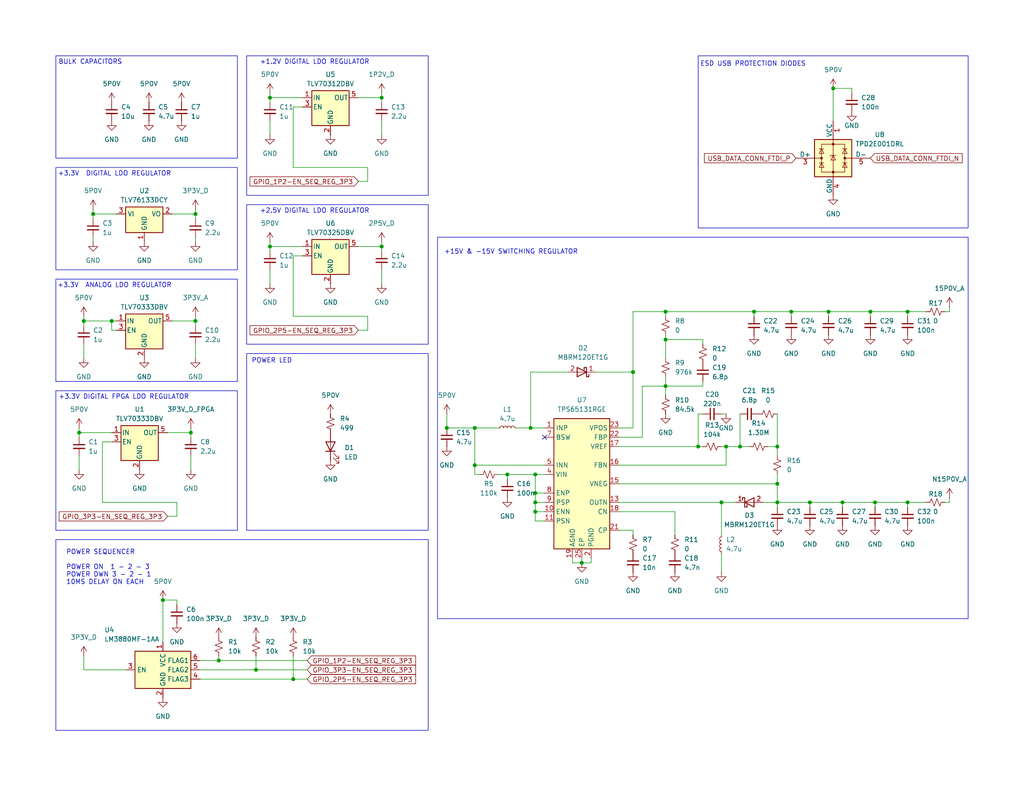
<source format=kicad_sch>
(kicad_sch (version 20250114) (generator "eeschema") (generator_version "9.0")
  (paper "A")
  (title_block (title "ARBITRARY WAVEFORM GENERATOR") (date "2024-09-11") (rev "0.0.1") (company "Tomasz Brzyzek"))
  (rectangle (start 15.24 15.24) (end 64.77 43.18))
  (rectangle (start 119.38 64.77) (end 264.16 168.91))
  (rectangle (start 67.31 55.88) (end 116.84 93.98))
  (rectangle (start 15.24 106.68) (end 64.77 144.78))
  (rectangle (start 67.31 15.24) (end 116.84 53.34))
  (rectangle (start 67.31 96.52) (end 116.84 144.78))
  (rectangle (start 190.5 15.24) (end 264.16 62.23))
  (rectangle (start 15.24 76.2) (end 64.77 104.14))
  (rectangle (start 15.24 147.32) (end 116.84 199.39))
  (rectangle (start 15.24 45.72) (end 64.77 73.66))
  (text "+3.3V  DIGITAL LDO REGULATOR" (at 31.242 47.498 0) (effects (font (size 1.27 1.27))))
  (text "+3.3V  ANALOG LDO REGULATOR" (at 31.242 77.978 0) (effects (font (size 1.27 1.27))))
  (text "+2.5V DIGITAL LDO REGULATOR" (at 85.852 57.658 0) (effects (font (size 1.27 1.27))))
  (text "BULK CAPACITORS" (at 24.638 17.018 0) (effects (font (size 1.27 1.27))))
  (text "+15V & -15V SWITCHING REGULATOR" (at 139.446 68.834 0) (effects (font (size 1.27 1.27))))
  (text "+3.3V DIGITAL FPGA LDO REGULATOR" (at 33.782 108.458 0) (effects (font (size 1.27 1.27))))
  (text "+1.2V DIGITAL LDO REGULATOR" (at 85.852 17.018 0) (effects (font (size 1.27 1.27))))
  (text "POWER LED" (at 74.168 98.552 0) (effects (font (size 1.27 1.27))))
  (text "POWER SEQUENCER\n\nPOWER ON  1 - 2 - 3\nPOWER DWN 3 - 2 - 1\n10MS DELAY ON EACH" (at 18.034 154.94 0) (effects (font (size 1.27 1.27)) (justify left)))
  (text "ESD USB PROTECTION DIODES" (at 205.486 17.526 0) (effects (font (size 1.27 1.27))))
  (junction (at 205.74 85.09))
  (junction (at 238.76 137.16))
  (junction (at 25.4 58.42))
  (junction (at 104.14 67.31))
  (junction (at 172.72 101.6))
  (junction (at 181.61 92.71))
  (junction (at 229.87 137.16))
  (junction (at 237.49 85.09))
  (junction (at 226.06 85.09))
  (junction (at 247.65 85.09))
  (junction (at 220.98 137.16))
  (junction (at 59.69 180.34))
  (junction (at 227.33 24.13))
  (junction (at 21.59 118.11))
  (junction (at 146.05 134.62))
  (junction (at 73.66 67.31))
  (junction (at 104.14 26.67))
  (junction (at 215.9 85.09))
  (junction (at 73.66 26.67))
  (junction (at 138.43 129.54))
  (junction (at 146.05 139.7))
  (junction (at 190.5 121.92))
  (junction (at 146.05 137.16))
  (junction (at 129.54 116.84))
  (junction (at 52.07 118.11))
  (junction (at 212.09 132.08))
  (junction (at 212.09 121.92))
  (junction (at 129.54 127))
  (junction (at 69.85 182.88))
  (junction (at 212.09 137.16))
  (junction (at 196.85 137.16))
  (junction (at 181.61 85.09))
  (junction (at 181.61 105.41))
  (junction (at 247.65 137.16))
  (junction (at 121.92 116.84))
  (junction (at 80.01 185.42))
  (junction (at 144.78 116.84))
  (junction (at 201.93 121.92))
  (junction (at 198.12 121.92))
  (junction (at 44.45 163.83))
  (junction (at 53.34 58.42))
  (junction (at 53.34 87.63))
  (junction (at 22.86 87.63))
  (junction (at 30.48 87.63))
  (junction (at 146.05 129.54))
  (junction (at 158.75 153.67))
  (no_connect (at 148.59 119.38))
  (wire (pts (xy 100.33 45.72) (xy 80.01 45.72)))
  (wire (pts (xy 198.12 121.92) (xy 201.93 121.92)))
  (wire (pts (xy 25.4 58.42) (xy 31.75 58.42)))
  (wire (pts (xy 48.26 137.16) (xy 27.94 137.16)))
  (wire (pts (xy 227.33 24.13) (xy 232.41 24.13)))
  (wire (pts (xy 31.75 90.17) (xy 30.48 90.17)))
  (wire (pts (xy 22.86 86.36) (xy 22.86 87.63)))
  (wire (pts (xy 73.66 66.04) (xy 73.66 67.31)))
  (wire (pts (xy 59.69 180.34) (xy 59.69 179.07)))
  (wire (pts (xy 190.5 121.92) (xy 191.77 121.92)))
  (wire (pts (xy 53.34 86.36) (xy 53.34 87.63)))
  (wire (pts (xy 172.72 85.09) (xy 172.72 101.6)))
  (wire (pts (xy 46.99 58.42) (xy 53.34 58.42)))
  (wire (pts (xy 175.26 105.41) (xy 175.26 119.38)))
  (wire (pts (xy 48.26 140.97) (xy 48.26 137.16)))
  (wire (pts (xy 247.65 138.43) (xy 247.65 137.16)))
  (wire (pts (xy 205.74 85.09) (xy 215.9 85.09)))
  (wire (pts (xy 196.85 151.13) (xy 196.85 156.21)))
  (wire (pts (xy 53.34 97.79) (xy 53.34 93.98)))
  (wire (pts (xy 44.45 163.83) (xy 48.26 163.83)))
  (wire (pts (xy 146.05 142.24) (xy 148.59 142.24)))
  (wire (pts (xy 21.59 116.84) (xy 21.59 118.11)))
  (wire (pts (xy 104.14 27.94) (xy 104.14 26.67)))
  (wire (pts (xy 100.33 90.17) (xy 100.33 86.36)))
  (wire (pts (xy 215.9 85.09) (xy 215.9 86.36)))
  (wire (pts (xy 80.01 69.85) (xy 82.55 69.85)))
  (wire (pts (xy 172.72 116.84) (xy 172.72 101.6)))
  (wire (pts (xy 172.72 101.6) (xy 162.56 101.6)))
  (wire (pts (xy 97.79 90.17) (xy 100.33 90.17)))
  (wire (pts (xy 259.08 135.89) (xy 259.08 137.16)))
  (wire (pts (xy 226.06 85.09) (xy 237.49 85.09)))
  (wire (pts (xy 140.97 116.84) (xy 144.78 116.84)))
  (wire (pts (xy 181.61 85.09) (xy 205.74 85.09)))
  (wire (pts (xy 53.34 88.9) (xy 53.34 87.63)))
  (wire (pts (xy 129.54 127) (xy 148.59 127)))
  (wire (pts (xy 146.05 134.62) (xy 146.05 129.54)))
  (wire (pts (xy 247.65 85.09) (xy 252.73 85.09)))
  (wire (pts (xy 27.94 137.16) (xy 27.94 120.65)))
  (wire (pts (xy 73.66 36.83) (xy 73.66 33.02)))
  (wire (pts (xy 175.26 119.38) (xy 168.91 119.38)))
  (wire (pts (xy 161.29 153.67) (xy 161.29 152.4)))
  (wire (pts (xy 184.15 146.05) (xy 184.15 139.7)))
  (wire (pts (xy 46.99 87.63) (xy 53.34 87.63)))
  (wire (pts (xy 212.09 137.16) (xy 212.09 138.43)))
  (wire (pts (xy 172.72 85.09) (xy 181.61 85.09)))
  (wire (pts (xy 69.85 182.88) (xy 83.82 182.88)))
  (wire (pts (xy 181.61 105.41) (xy 181.61 107.95)))
  (wire (pts (xy 30.48 87.63) (xy 31.75 87.63)))
  (wire (pts (xy 69.85 179.07) (xy 69.85 182.88)))
  (wire (pts (xy 80.01 29.21) (xy 82.55 29.21)))
  (wire (pts (xy 229.87 137.16) (xy 229.87 138.43)))
  (wire (pts (xy 196.85 137.16) (xy 168.91 137.16)))
  (wire (pts (xy 156.21 152.4) (xy 156.21 153.67)))
  (wire (pts (xy 54.61 185.42) (xy 80.01 185.42)))
  (wire (pts (xy 181.61 105.41) (xy 175.26 105.41)))
  (wire (pts (xy 80.01 86.36) (xy 80.01 69.85)))
  (wire (pts (xy 21.59 128.27) (xy 21.59 124.46)))
  (wire (pts (xy 196.85 137.16) (xy 200.66 137.16)))
  (wire (pts (xy 100.33 86.36) (xy 80.01 86.36)))
  (wire (pts (xy 52.07 128.27) (xy 52.07 124.46)))
  (wire (pts (xy 52.07 116.84) (xy 52.07 118.11)))
  (wire (pts (xy 146.05 137.16) (xy 146.05 134.62)))
  (wire (pts (xy 227.33 33.02) (xy 227.33 24.13)))
  (wire (pts (xy 191.77 104.14) (xy 191.77 105.41)))
  (wire (pts (xy 30.48 90.17) (xy 30.48 87.63)))
  (wire (pts (xy 168.91 144.78) (xy 172.72 144.78)))
  (wire (pts (xy 22.86 87.63) (xy 30.48 87.63)))
  (wire (pts (xy 247.65 137.16) (xy 252.73 137.16)))
  (wire (pts (xy 212.09 137.16) (xy 212.09 132.08)))
  (wire (pts (xy 104.14 36.83) (xy 104.14 33.02)))
  (wire (pts (xy 73.66 77.47) (xy 73.66 73.66)))
  (wire (pts (xy 121.92 113.03) (xy 121.92 116.84)))
  (wire (pts (xy 168.91 116.84) (xy 172.72 116.84)))
  (wire (pts (xy 130.81 129.54) (xy 129.54 129.54)))
  (wire (pts (xy 80.01 179.07) (xy 80.01 185.42)))
  (wire (pts (xy 129.54 129.54) (xy 129.54 127)))
  (wire (pts (xy 48.26 165.1) (xy 48.26 163.83)))
  (wire (pts (xy 237.49 85.09) (xy 237.49 86.36)))
  (wire (pts (xy 121.92 116.84) (xy 129.54 116.84)))
  (wire (pts (xy 247.65 86.36) (xy 247.65 85.09)))
  (wire (pts (xy 181.61 91.44) (xy 181.61 92.71)))
  (wire (pts (xy 53.34 66.04) (xy 53.34 64.77)))
  (wire (pts (xy 53.34 59.69) (xy 53.34 58.42)))
  (wire (pts (xy 52.07 119.38) (xy 52.07 118.11)))
  (wire (pts (xy 212.09 129.54) (xy 212.09 132.08)))
  (wire (pts (xy 144.78 116.84) (xy 144.78 101.6)))
  (wire (pts (xy 80.01 45.72) (xy 80.01 29.21)))
  (wire (pts (xy 146.05 129.54) (xy 148.59 129.54)))
  (wire (pts (xy 54.61 180.34) (xy 59.69 180.34)))
  (wire (pts (xy 25.4 59.69) (xy 25.4 58.42)))
  (wire (pts (xy 212.09 137.16) (xy 220.98 137.16)))
  (wire (pts (xy 198.12 127) (xy 198.12 121.92)))
  (wire (pts (xy 181.61 92.71) (xy 181.61 97.79)))
  (wire (pts (xy 104.14 66.04) (xy 104.14 67.31)))
  (wire (pts (xy 196.85 121.92) (xy 198.12 121.92)))
  (wire (pts (xy 73.66 67.31) (xy 82.55 67.31)))
  (wire (pts (xy 73.66 68.58) (xy 73.66 67.31)))
  (wire (pts (xy 146.05 139.7) (xy 148.59 139.7)))
  (wire (pts (xy 201.93 113.03) (xy 201.93 121.92)))
  (wire (pts (xy 181.61 85.09) (xy 181.61 86.36)))
  (wire (pts (xy 97.79 26.67) (xy 104.14 26.67)))
  (wire (pts (xy 54.61 182.88) (xy 69.85 182.88)))
  (wire (pts (xy 73.66 25.4) (xy 73.66 26.67)))
  (wire (pts (xy 44.45 163.83) (xy 44.45 175.26)))
  (wire (pts (xy 22.86 88.9) (xy 22.86 87.63)))
  (wire (pts (xy 146.05 137.16) (xy 146.05 139.7)))
  (wire (pts (xy 172.72 144.78) (xy 172.72 146.05)))
  (wire (pts (xy 205.74 85.09) (xy 205.74 86.36)))
  (wire (pts (xy 237.49 85.09) (xy 247.65 85.09)))
  (wire (pts (xy 208.28 137.16) (xy 212.09 137.16)))
  (wire (pts (xy 212.09 121.92) (xy 212.09 113.03)))
  (wire (pts (xy 212.09 132.08) (xy 168.91 132.08)))
  (wire (pts (xy 104.14 68.58) (xy 104.14 67.31)))
  (wire (pts (xy 100.33 49.53) (xy 100.33 45.72)))
  (wire (pts (xy 215.9 85.09) (xy 226.06 85.09)))
  (wire (pts (xy 238.76 137.16) (xy 247.65 137.16)))
  (wire (pts (xy 158.75 153.67) (xy 161.29 153.67)))
  (wire (pts (xy 191.77 93.98) (xy 191.77 92.71)))
  (wire (pts (xy 21.59 118.11) (xy 30.48 118.11)))
  (wire (pts (xy 104.14 77.47) (xy 104.14 73.66)))
  (wire (pts (xy 73.66 27.94) (xy 73.66 26.67)))
  (wire (pts (xy 53.34 57.15) (xy 53.34 58.42)))
  (wire (pts (xy 22.86 97.79) (xy 22.86 93.98)))
  (wire (pts (xy 181.61 102.87) (xy 181.61 105.41)))
  (wire (pts (xy 196.85 113.03) (xy 198.12 113.03)))
  (wire (pts (xy 168.91 127) (xy 198.12 127)))
  (wire (pts (xy 144.78 116.84) (xy 148.59 116.84)))
  (wire (pts (xy 45.72 118.11) (xy 52.07 118.11)))
  (wire (pts (xy 232.41 24.13) (xy 232.41 25.4)))
  (wire (pts (xy 190.5 113.03) (xy 190.5 121.92)))
  (wire (pts (xy 191.77 92.71) (xy 181.61 92.71)))
  (wire (pts (xy 27.94 120.65) (xy 30.48 120.65)))
  (wire (pts (xy 73.66 26.67) (xy 82.55 26.67)))
  (wire (pts (xy 168.91 121.92) (xy 190.5 121.92)))
  (wire (pts (xy 144.78 101.6) (xy 154.94 101.6)))
  (wire (pts (xy 25.4 66.04) (xy 25.4 64.77)))
  (wire (pts (xy 229.87 137.16) (xy 238.76 137.16)))
  (wire (pts (xy 138.43 129.54) (xy 138.43 130.81)))
  (wire (pts (xy 201.93 121.92) (xy 204.47 121.92)))
  (wire (pts (xy 257.81 85.09) (xy 259.08 85.09)))
  (wire (pts (xy 34.29 182.88) (xy 22.86 182.88)))
  (wire (pts (xy 21.59 119.38) (xy 21.59 118.11)))
  (wire (pts (xy 226.06 85.09) (xy 226.06 86.36)))
  (wire (pts (xy 259.08 137.16) (xy 257.81 137.16)))
  (wire (pts (xy 209.55 121.92) (xy 212.09 121.92)))
  (wire (pts (xy 238.76 137.16) (xy 238.76 138.43)))
  (wire (pts (xy 156.21 153.67) (xy 158.75 153.67)))
  (wire (pts (xy 104.14 25.4) (xy 104.14 26.67)))
  (wire (pts (xy 138.43 129.54) (xy 146.05 129.54)))
  (wire (pts (xy 212.09 121.92) (xy 212.09 124.46)))
  (wire (pts (xy 135.89 129.54) (xy 138.43 129.54)))
  (wire (pts (xy 191.77 105.41) (xy 181.61 105.41)))
  (wire (pts (xy 148.59 137.16) (xy 146.05 137.16)))
  (wire (pts (xy 59.69 180.34) (xy 83.82 180.34)))
  (wire (pts (xy 259.08 83.82) (xy 259.08 85.09)))
  (wire (pts (xy 146.05 139.7) (xy 146.05 142.24)))
  (wire (pts (xy 191.77 113.03) (xy 190.5 113.03)))
  (wire (pts (xy 129.54 116.84) (xy 129.54 127)))
  (wire (pts (xy 25.4 57.15) (xy 25.4 58.42)))
  (wire (pts (xy 220.98 137.16) (xy 220.98 138.43)))
  (wire (pts (xy 80.01 185.42) (xy 83.82 185.42)))
  (wire (pts (xy 97.79 49.53) (xy 100.33 49.53)))
  (wire (pts (xy 158.75 152.4) (xy 158.75 153.67)))
  (wire (pts (xy 148.59 134.62) (xy 146.05 134.62)))
  (wire (pts (xy 97.79 67.31) (xy 104.14 67.31)))
  (wire (pts (xy 196.85 146.05) (xy 196.85 137.16)))
  (wire (pts (xy 45.72 140.97) (xy 48.26 140.97)))
  (wire (pts (xy 129.54 116.84) (xy 135.89 116.84)))
  (wire (pts (xy 220.98 137.16) (xy 229.87 137.16)))
  (wire (pts (xy 184.15 139.7) (xy 168.91 139.7)))
  (wire (pts (xy 22.86 182.88) (xy 22.86 179.07)))
  (global_label "USB_DATA_CONN_FTDI_N" (shape input) (at 237.49 43.18 0) (property "Intersheetrefs" "${INTERSHEET_REFS}" (effects (hide yes))))
  (global_label "GPIO_2P5-EN_SEQ_REG_3P3" (shape input) (at 83.82 185.42 0) (property "Intersheetrefs" "${INTERSHEET_REFS}" (effects (hide yes))))
  (global_label "USB_DATA_CONN_FTDI_P" (shape input) (at 217.17 43.18 180) (property "Intersheetrefs" "${INTERSHEET_REFS}" (effects (hide yes))))
  (global_label "GPIO_2P5-EN_SEQ_REG_3P3" (shape input) (at 97.79 90.17 180) (property "Intersheetrefs" "${INTERSHEET_REFS}" (effects (hide yes))))
  (global_label "GPIO_3P3-EN_SEQ_REG_3P3" (shape input) (at 83.82 182.88 0) (property "Intersheetrefs" "${INTERSHEET_REFS}" (effects (hide yes))))
  (global_label "GPIO_1P2-EN_SEQ_REG_3P3" (shape input) (at 83.82 180.34 0) (property "Intersheetrefs" "${INTERSHEET_REFS}" (effects (hide yes))))
  (global_label "GPIO_1P2-EN_SEQ_REG_3P3" (shape input) (at 97.79 49.53 180) (property "Intersheetrefs" "${INTERSHEET_REFS}" (effects (hide yes))))
  (global_label "GPIO_3P3-EN_SEQ_REG_3P3" (shape input) (at 45.72 140.97 180) (property "Intersheetrefs" "${INTERSHEET_REFS}" (effects (hide yes))))
  (symbol (lib_id "Device:C_Small") (at 52.07 121.92 0) (unit 1)
    (property "Reference" "C8" (at 54.61 120.6562 0) (effects (justify left)))
    (property "Value" "2.2u" (at 54.61 123.1962 0) (effects (justify left)))
    (property "Footprint" "Capacitor_SMD:C_0603_1608Metric" (effects (hide yes)))
    (property "Description" "Unpolarized capacitor, small symbol" (effects (hide yes)))
    (property "LCSC" "C23630" (effects (hide yes)))
    (property "Part Number" "CL10A225KO8NNNC" (effects (hide yes)))
  )
  (symbol (lib_id "Device:R_Small_US") (at 181.61 100.33 0) (unit 1)
    (property "Reference" "R9" (at 184.15 99.0599 0) (effects (justify left)))
    (property "Value" "976k" (at 184.15 101.5999 0) (effects (justify left)))
    (property "Footprint" "Resistor_SMD:R_0603_1608Metric" (effects (hide yes)))
    (property "Description" "Resistor, small US symbol" (effects (hide yes)))
    (property "LCSC" "C48922" (effects (hide yes)))
    (property "Part Number" "0603WAF9763T5E" (effects (hide yes)))
  )
  (symbol (lib_id "power:GND") (at 73.66 77.47 0) (unit 1)
    (property "Reference" "#PWR036" (effects (hide yes)))
    (property "Value" "GND" (at 73.66 82.55 0))
    (property "Description" "Power symbol creates a global label with name \"GND\" , ground" (effects (hide yes)))
  )
  (symbol (lib_id "power:PWR_FLAG") (at 13.97 229.87 0) (unit 1)
    (property "Reference" "#FLG01" (effects (hide yes)))
    (property "Value" "PWR_FLAG" (at 13.97 224.79 0))
    (property "Description" "Special symbol for telling ERC where power comes from" (effects (hide yes)))
  )
  (symbol (lib_id "Device:C_Small") (at 204.47 113.03 90) (unit 1)
    (property "Reference" "C21" (at 204.4763 106.68 90))
    (property "Value" "6.8p" (at 204.4763 109.22 90))
    (property "Footprint" "Capacitor_SMD:C_0603_1608Metric" (effects (hide yes)))
    (property "Description" "Unpolarized capacitor, small symbol" (effects (hide yes)))
    (property "LCSC" "C519114" (effects (hide yes)))
    (property "Part Number" "CC0603BRNPO9BN6R8" (effects (hide yes)))
  )
  (symbol (lib_id "Device:R_Small_US") (at 194.31 121.92 90) (unit 1)
    (property "Reference" "R13" (at 194.31 116.078 90))
    (property "Value" "104k" (at 194.31 118.618 90))
    (property "Footprint" "Resistor_SMD:R_0603_1608Metric" (effects (hide yes)))
    (property "Description" "Resistor, small US symbol" (effects (hide yes)))
    (property "LCSC" "C862849" (effects (hide yes)))
    (property "Part Number" "RT0603DRE07104KL" (effects (hide yes)))
  )
  (symbol (lib_id "power:GND") (at 73.66 36.83 0) (unit 1)
    (property "Reference" "#PWR034" (effects (hide yes)))
    (property "Value" "GND" (at 73.66 41.91 0))
    (property "Description" "Power symbol creates a global label with name \"GND\" , ground" (effects (hide yes)))
  )
  (symbol (lib_id "power:GND") (at 212.09 143.51 0) (unit 1)
    (property "Reference" "#PWR058" (effects (hide yes)))
    (property "Value" "GND" (at 212.09 148.59 0))
    (property "Description" "Power symbol creates a global label with name \"GND\" , ground" (effects (hide yes)))
  )
  (symbol (lib_id "Device:C_Small") (at 25.4 62.23 0) (unit 1)
    (property "Reference" "C3" (at 27.94 60.9662 0) (effects (justify left)))
    (property "Value" "1u" (at 27.94 63.5062 0) (effects (justify left)))
    (property "Footprint" "Capacitor_SMD:C_0603_1608Metric" (effects (hide yes)))
    (property "Description" "Unpolarized capacitor, small symbol" (effects (hide yes)))
    (property "LCSC" "C15849" (effects (hide yes)))
    (property "Part Number" "CL10A105KB8NNNC" (effects (hide yes)))
  )
  (symbol (lib_id "Device:R_Small_US") (at 90.17 115.57 180) (unit 1)
    (property "Reference" "R4" (at 92.71 114.2999 0) (effects (justify right)))
    (property "Value" "499" (at 92.71 116.8399 0) (effects (justify right)))
    (property "Footprint" "Resistor_SMD:R_0603_1608Metric" (effects (hide yes)))
    (property "Description" "Resistor, small US symbol" (effects (hide yes)))
    (property "LCSC" "C23065" (effects (hide yes)))
    (property "Part Number" "0603WAF4990T5E" (effects (hide yes)))
  )
  (symbol (lib_id "Device:C_Small") (at 22.86 91.44 0) (unit 1)
    (property "Reference" "C2" (at 25.4 90.1762 0) (effects (justify left)))
    (property "Value" "1u" (at 25.4 92.7162 0) (effects (justify left)))
    (property "Footprint" "Capacitor_SMD:C_0603_1608Metric" (effects (hide yes)))
    (property "Description" "Unpolarized capacitor, small symbol" (effects (hide yes)))
    (property "LCSC" "C15849" (effects (hide yes)))
    (property "Part Number" "CL10A105KB8NNNC" (effects (hide yes)))
  )
  (symbol (lib_id "Device:L_Small") (at 138.43 116.84 90) (unit 1)
    (property "Reference" "L1" (at 138.43 111.76 90))
    (property "Value" "4.7u" (at 138.43 114.3 90))
    (property "Footprint" "BRZK_INDUCTOR:L_SMD_L2.5_W2.0_Metric" (effects (hide yes)))
    (property "Description" "Inductor, small symbol" (effects (hide yes)))
    (property "LCSC" "     C5832360" (effects (hide yes)))
    (property "Part Number" "FTC252010S4R7MBCA" (effects (hide yes)))
  )
  (symbol (lib_id "Device:C_Small") (at 215.9 88.9 0) (unit 1)
    (property "Reference" "C24" (at 218.44 87.6362 0) (effects (justify left)))
    (property "Value" "4.7u" (at 218.44 90.1762 0) (effects (justify left)))
    (property "Footprint" "Capacitor_SMD:C_0603_1608Metric" (effects (hide yes)))
    (property "Description" "Unpolarized capacitor, small symbol" (effects (hide yes)))
    (property "LCSC" "C1705" (effects (hide yes)))
    (property "Part Number" "CL10A475KP8NNNC" (effects (hide yes)))
  )
  (symbol (lib_id "Device:C_Small") (at 237.49 88.9 0) (unit 1)
    (property "Reference" "C29" (at 240.03 87.6362 0) (effects (justify left)))
    (property "Value" "4.7u" (at 240.03 90.1762 0) (effects (justify left)))
    (property "Footprint" "Capacitor_SMD:C_0603_1608Metric" (effects (hide yes)))
    (property "Description" "Unpolarized capacitor, small symbol" (effects (hide yes)))
    (property "LCSC" "C1705" (effects (hide yes)))
    (property "Part Number" "CL10A475KP8NNNC" (effects (hide yes)))
  )
  (symbol (lib_id "Device:C_Small") (at 138.43 133.35 0) (unit 1)
    (property "Reference" "C16" (at 140.97 132.0862 0) (effects (justify left)))
    (property "Value" "100n" (at 140.97 134.6262 0) (effects (justify left)))
    (property "Footprint" "Capacitor_SMD:C_0603_1608Metric" (effects (hide yes)))
    (property "Description" "Unpolarized capacitor, small symbol" (effects (hide yes)))
    (property "LCSC" "C24452" (effects (hide yes)))
    (property "Part Number" "CL10B104JB8NNNC" (effects (hide yes)))
  )
  (symbol (lib_id "BRZK_DIODE:MBRM120ET1G") (at 204.47 137.16 0) (unit 1)
    (property "Reference" "D3" (at 204.47 140.716 0))
    (property "Value" "MBRM120ET1G" (at 204.47 143.256 0))
    (property "Footprint" "BRZK_DIODE:D_SMP_DO-216AA" (effects (hide yes)))
    (property "Datasheet" "https://www.onsemi.com/pdf/datasheet/mbrm120e-d.pdf" (effects (hide yes)))
    (property "Description" "Schottky Diode" (effects (hide yes)))
    (property "Part Number" "MBRM120ET1G" (effects (hide yes)))
    (property "LCSC" "C152484" (effects (hide yes)))
  )
  (symbol (lib_id "Device:C_Small") (at 232.41 27.94 0) (unit 1)
    (property "Reference" "C28" (at 234.95 26.6763 0) (effects (justify left)))
    (property "Value" "100n" (at 234.95 29.2163 0) (effects (justify left)))
    (property "Footprint" "Capacitor_SMD:C_0603_1608Metric" (effects (hide yes)))
    (property "Description" "Unpolarized capacitor, small symbol" (effects (hide yes)))
    (property "Part Number" "CL10B104JB8NNNC" (effects (hide yes)))
    (property "LCSC" "C24452" (effects (hide yes)))
  )
  (symbol (lib_id "power:+3V3") (at 259.08 135.89 0) (unit 1)
    (property "Reference" "#PWR071" (effects (hide yes)))
    (property "Value" "N15P0V_A" (at 259.08 130.81 0))
    (property "Description" "Power symbol creates a global label with name \"+3V3\"" (effects (hide yes)))
  )
  (symbol (lib_id "Device:C_Small") (at 194.31 113.03 90) (unit 1)
    (property "Reference" "C20" (at 194.31 107.696 90))
    (property "Value" "220n" (at 194.31 110.236 90))
    (property "Footprint" "Capacitor_SMD:C_0603_1608Metric" (effects (hide yes)))
    (property "Description" "Unpolarized capacitor, small symbol" (effects (hide yes)))
    (property "LCSC" "C64705" (effects (hide yes)))
    (property "Part Number" "CL10B224KB8NNNC" (effects (hide yes)))
  )
  (symbol (lib_id "power:GND") (at 44.45 190.5 0) (unit 1)
    (property "Reference" "#PWR019" (effects (hide yes)))
    (property "Value" "GND" (at 44.45 195.58 0))
    (property "Description" "Power symbol creates a global label with name \"GND\" , ground" (effects (hide yes)))
  )
  (symbol (lib_id "Device:R_Small_US") (at 207.01 121.92 90) (unit 1)
    (property "Reference" "R14" (at 207.01 115.57 90))
    (property "Value" "1.30M" (at 207.01 118.11 90))
    (property "Footprint" "Resistor_SMD:R_0603_1608Metric" (effects (hide yes)))
    (property "Description" "Resistor, small US symbol" (effects (hide yes)))
    (property "LCSC" "C245931" (effects (hide yes)))
    (property "Part Number" "RC0603FR-071M3L" (effects (hide yes)))
  )
  (symbol (lib_id "power:GND") (at 53.34 97.79 0) (unit 1)
    (property "Reference" "#PWR029" (effects (hide yes)))
    (property "Value" "GND" (at 53.34 102.87 0))
    (property "Description" "Power symbol creates a global label with name \"GND\" , ground" (effects (hide yes)))
  )
  (symbol (lib_id "power:+3V3") (at 53.34 57.15 0) (unit 1)
    (property "Reference" "#PWR026" (effects (hide yes)))
    (property "Value" "3P3V_D" (at 53.34 52.07 0))
    (property "Description" "Power symbol creates a global label with name \"+3V3\"" (effects (hide yes)))
  )
  (symbol (lib_id "Device:C_Small") (at 73.66 71.12 0) (unit 1)
    (property "Reference" "C12" (at 76.2 69.8562 0) (effects (justify left)))
    (property "Value" "1u" (at 76.2 72.3962 0) (effects (justify left)))
    (property "Footprint" "Capacitor_SMD:C_0603_1608Metric" (effects (hide yes)))
    (property "Description" "Unpolarized capacitor, small symbol" (effects (hide yes)))
    (property "LCSC" "C15849" (effects (hide yes)))
    (property "Part Number" "CL10A105KB8NNNC" (effects (hide yes)))
  )
  (symbol (lib_id "power:PWR_FLAG") (at 38.1 229.87 180) (unit 1)
    (property "Reference" "#FLG03" (effects (hide yes)))
    (property "Value" "PWR_FLAG" (at 38.1 234.95 0))
    (property "Description" "Special symbol for telling ERC where power comes from" (effects (hide yes)))
  )
  (symbol (lib_id "power:GND") (at 48.26 170.18 0) (unit 1)
    (property "Reference" "#PWR020" (effects (hide yes)))
    (property "Value" "GND" (at 48.26 175.26 0))
    (property "Description" "Power symbol creates a global label with name \"GND\" , ground" (effects (hide yes)))
  )
  (symbol (lib_id "power:GND") (at 90.17 125.73 0) (unit 1)
    (property "Reference" "#PWR041" (effects (hide yes)))
    (property "Value" "GND" (at 90.17 130.81 0))
    (property "Description" "Power symbol creates a global label with name \"GND\" , ground" (effects (hide yes)))
  )
  (symbol (lib_id "power:+3V3") (at 25.4 57.15 0) (unit 1)
    (property "Reference" "#PWR07" (effects (hide yes)))
    (property "Value" "5P0V" (at 25.4 52.07 0))
    (property "Description" "Power symbol creates a global label with name \"+3V3\"" (effects (hide yes)))
  )
  (symbol (lib_id "power:PWR_FLAG") (at 26.67 229.87 0) (unit 1)
    (property "Reference" "#FLG02" (effects (hide yes)))
    (property "Value" "PWR_FLAG" (at 26.67 224.79 0))
    (property "Description" "Special symbol for telling ERC where power comes from" (effects (hide yes)))
  )
  (symbol (lib_id "power:GND") (at 215.9 91.44 0) (unit 1)
    (property "Reference" "#PWR059" (effects (hide yes)))
    (property "Value" "GND" (at 215.9 96.52 0))
    (property "Description" "Power symbol creates a global label with name \"GND\" , ground" (effects (hide yes)))
  )
  (symbol (lib_id "Device:C_Small") (at 104.14 30.48 0) (unit 1)
    (property "Reference" "C13" (at 106.68 29.2162 0) (effects (justify left)))
    (property "Value" "2.2u" (at 106.68 31.7562 0) (effects (justify left)))
    (property "Footprint" "Capacitor_SMD:C_0603_1608Metric" (effects (hide yes)))
    (property "Description" "Unpolarized capacitor, small symbol" (effects (hide yes)))
    (property "LCSC" "C23630" (effects (hide yes)))
    (property "Part Number" "CL10A225KO8NNNC" (effects (hide yes)))
  )
  (symbol (lib_id "power:GND") (at 21.59 128.27 0) (unit 1)
    (property "Reference" "#PWR03" (effects (hide yes)))
    (property "Value" "GND" (at 21.59 133.35 0))
    (property "Description" "Power symbol creates a global label with name \"GND\" , ground" (effects (hide yes)))
  )
  (symbol (lib_id "power:GND") (at 247.65 91.44 0) (unit 1)
    (property "Reference" "#PWR068" (effects (hide yes)))
    (property "Value" "GND" (at 247.65 96.52 0))
    (property "Description" "Power symbol creates a global label with name \"GND\" , ground" (effects (hide yes)))
  )
  (symbol (lib_id "Device:C_Small") (at 184.15 153.67 0) (unit 1)
    (property "Reference" "C18" (at 186.69 152.4062 0) (effects (justify left)))
    (property "Value" "4.7n" (at 186.69 154.9462 0) (effects (justify left)))
    (property "Footprint" "Capacitor_SMD:C_0603_1608Metric" (effects (hide yes)))
    (property "Description" "Unpolarized capacitor, small symbol" (effects (hide yes)))
    (property "LCSC" "C106218" (effects (hide yes)))
    (property "Part Number" "CC0603KRX7R9BB472" (effects (hide yes)))
  )
  (symbol (lib_id "Device:R_Small_US") (at 255.27 137.16 270) (unit 1)
    (property "Reference" "R18" (at 255.27 134.874 90))
    (property "Value" "0" (at 255.27 139.7 90))
    (property "Footprint" "Resistor_SMD:R_0603_1608Metric" (effects (hide yes)))
    (property "Description" "Resistor, small US symbol" (effects (hide yes)))
    (property "Part Number" "0603WAJ0000T5E" (effects (hide yes)))
    (property "LCSC" "C15402" (effects (hide yes)))
  )
  (symbol (lib_id "Device:C_Small") (at 226.06 88.9 0) (unit 1)
    (property "Reference" "C26" (at 228.6 87.6362 0) (effects (justify left)))
    (property "Value" "4.7u" (at 228.6 90.1762 0) (effects (justify left)))
    (property "Footprint" "Capacitor_SMD:C_0603_1608Metric" (effects (hide yes)))
    (property "Description" "Unpolarized capacitor, small symbol" (effects (hide yes)))
    (property "LCSC" "C1705" (effects (hide yes)))
    (property "Part Number" "CL10A475KP8NNNC" (effects (hide yes)))
  )
  (symbol (lib_id "power:GND") (at 39.37 66.04 0) (unit 1)
    (property "Reference" "#PWR014" (effects (hide yes)))
    (property "Value" "GND" (at 39.37 71.12 0))
    (property "Description" "Power symbol creates a global label with name \"GND\" , ground" (effects (hide yes)))
  )
  (symbol (lib_id "power:+3V3") (at 59.69 173.99 0) (unit 1)
    (property "Reference" "#PWR030" (effects (hide yes)))
    (property "Value" "3P3V_D" (at 59.69 168.91 0))
    (property "Description" "Power symbol creates a global label with name \"+3V3\"" (effects (hide yes)))
  )
  (symbol (lib_id "Device:C_Small") (at 53.34 62.23 0) (unit 1)
    (property "Reference" "C9" (at 55.88 60.9662 0) (effects (justify left)))
    (property "Value" "2.2u" (at 55.88 63.5062 0) (effects (justify left)))
    (property "Footprint" "Capacitor_SMD:C_0603_1608Metric" (effects (hide yes)))
    (property "Description" "Unpolarized capacitor, small symbol" (effects (hide yes)))
    (property "LCSC" "C23630" (effects (hide yes)))
    (property "Part Number" "CL10A225KO8NNNC" (effects (hide yes)))
  )
  (symbol (lib_id "Device:C_Small") (at 53.34 91.44 0) (unit 1)
    (property "Reference" "C10" (at 55.88 90.1762 0) (effects (justify left)))
    (property "Value" "2.2u" (at 55.88 92.7162 0) (effects (justify left)))
    (property "Footprint" "Capacitor_SMD:C_0603_1608Metric" (effects (hide yes)))
    (property "Description" "Unpolarized capacitor, small symbol" (effects (hide yes)))
    (property "LCSC" "C23630" (effects (hide yes)))
    (property "Part Number" "CL10A225KO8NNNC" (effects (hide yes)))
  )
  (symbol (lib_id "power:GND") (at 25.4 66.04 0) (unit 1)
    (property "Reference" "#PWR08" (effects (hide yes)))
    (property "Value" "GND" (at 25.4 71.12 0))
    (property "Description" "Power symbol creates a global label with name \"GND\" , ground" (effects (hide yes)))
  )
  (symbol (lib_id "power:+3V3") (at 259.08 83.82 0) (unit 1)
    (property "Reference" "#PWR070" (effects (hide yes)))
    (property "Value" "15P0V_A" (at 259.08 78.74 0))
    (property "Description" "Power symbol creates a global label with name \"+3V3\"" (effects (hide yes)))
  )
  (symbol (lib_id "power:+3V3") (at 50.8 229.87 0) (unit 1)
    (property "Reference" "#PWR023" (effects (hide yes)))
    (property "Value" "15P0V_A" (at 50.8 224.79 0))
    (property "Description" "Power symbol creates a global label with name \"+3V3\"" (effects (hide yes)))
  )
  (symbol (lib_id "power:GND") (at 40.64 33.02 0) (unit 1)
    (property "Reference" "#PWR017" (effects (hide yes)))
    (property "Value" "GND" (at 40.64 38.1 0))
    (property "Description" "Power symbol creates a global label with name \"GND\" , ground" (effects (hide yes)))
  )
  (symbol (lib_id "power:+3V3") (at 73.66 25.4 0) (unit 1)
    (property "Reference" "#PWR033" (effects (hide yes)))
    (property "Value" "5P0V" (at 73.66 20.32 0))
    (property "Description" "Power symbol creates a global label with name \"+3V3\"" (effects (hide yes)))
  )
  (symbol (lib_id "power:+3V3") (at 80.01 173.99 0) (unit 1)
    (property "Reference" "#PWR037" (effects (hide yes)))
    (property "Value" "3P3V_D" (at 80.01 168.91 0))
    (property "Description" "Power symbol creates a global label with name \"+3V3\"" (effects (hide yes)))
  )
  (symbol (lib_id "Device:R_Small_US") (at 209.55 113.03 90) (unit 1)
    (property "Reference" "R15" (at 209.55 106.68 90))
    (property "Value" "0" (at 209.55 109.22 90))
    (property "Footprint" "Resistor_SMD:R_0603_1608Metric" (effects (hide yes)))
    (property "Description" "Resistor, small US symbol" (effects (hide yes)))
    (property "LCSC" "C15402" (effects (hide yes)))
    (property "Part Number" "0603WAJ0000T5E" (effects (hide yes)))
  )
  (symbol (lib_id "Device:C_Small") (at 220.98 140.97 0) (unit 1)
    (property "Reference" "C25" (at 223.52 139.7062 0) (effects (justify left)))
    (property "Value" "4.7u" (at 223.52 142.2462 0) (effects (justify left)))
    (property "Footprint" "Capacitor_SMD:C_0603_1608Metric" (effects (hide yes)))
    (property "Description" "Unpolarized capacitor, small symbol" (effects (hide yes)))
    (property "LCSC" "C1705" (effects (hide yes)))
    (property "Part Number" "CL10A475KP8NNNC" (effects (hide yes)))
  )
  (symbol (lib_id "power:+3V3") (at 21.59 116.84 0) (unit 1)
    (property "Reference" "#PWR02" (effects (hide yes)))
    (property "Value" "5P0V" (at 21.59 111.76 0))
    (property "Description" "Power symbol creates a global label with name \"+3V3\"" (effects (hide yes)))
  )
  (symbol (lib_id "power:GND") (at 30.48 33.02 0) (unit 1)
    (property "Reference" "#PWR011" (effects (hide yes)))
    (property "Value" "GND" (at 30.48 38.1 0))
    (property "Description" "Power symbol creates a global label with name \"GND\" , ground" (effects (hide yes)))
  )
  (symbol (lib_id "power:GND") (at 238.76 143.51 0) (unit 1)
    (property "Reference" "#PWR067" (effects (hide yes)))
    (property "Value" "GND" (at 238.76 148.59 0))
    (property "Description" "Power symbol creates a global label with name \"GND\" , ground" (effects (hide yes)))
  )
  (symbol (lib_id "Device:C_Small") (at 247.65 88.9 0) (unit 1)
    (property "Reference" "C31" (at 250.19 87.6362 0) (effects (justify left)))
    (property "Value" "100n" (at 250.19 90.1762 0) (effects (justify left)))
    (property "Footprint" "Capacitor_SMD:C_0603_1608Metric" (effects (hide yes)))
    (property "Description" "Unpolarized capacitor, small symbol" (effects (hide yes)))
    (property "LCSC" "C24452" (effects (hide yes)))
    (property "Part Number" "CL10B104JB8NNNC" (effects (hide yes)))
  )
  (symbol (lib_id "Device:C_Small") (at 247.65 140.97 0) (unit 1)
    (property "Reference" "C32" (at 250.19 139.7062 0) (effects (justify left)))
    (property "Value" "100n" (at 250.19 142.2462 0) (effects (justify left)))
    (property "Footprint" "Capacitor_SMD:C_0603_1608Metric" (effects (hide yes)))
    (property "Description" "Unpolarized capacitor, small symbol" (effects (hide yes)))
    (property "LCSC" "C24452" (effects (hide yes)))
    (property "Part Number" "CL10B104JB8NNNC" (effects (hide yes)))
  )
  (symbol (lib_id "Device:C_Small") (at 191.77 101.6 0) (unit 1)
    (property "Reference" "C19" (at 194.31 100.3362 0) (effects (justify left)))
    (property "Value" "6.8p" (at 194.31 102.8762 0) (effects (justify left)))
    (property "Footprint" "Capacitor_SMD:C_0603_1608Metric" (effects (hide yes)))
    (property "Description" "Unpolarized capacitor, small symbol" (effects (hide yes)))
    (property "LCSC" "C519114" (effects (hide yes)))
    (property "Part Number" "CC0603BRNPO9BN6R8" (effects (hide yes)))
  )
  (symbol (lib_id "Device:C_Small") (at 212.09 140.97 0) (unit 1)
    (property "Reference" "C23" (at 214.63 139.7062 0) (effects (justify left)))
    (property "Value" "4.7u" (at 214.63 142.2462 0) (effects (justify left)))
    (property "Footprint" "Capacitor_SMD:C_0603_1608Metric" (effects (hide yes)))
    (property "Description" "Unpolarized capacitor, small symbol" (effects (hide yes)))
    (property "LCSC" "C1705" (effects (hide yes)))
    (property "Part Number" "CL10A475KP8NNNC" (effects (hide yes)))
  )
  (symbol (lib_id "power:GND") (at 229.87 143.51 0) (unit 1)
    (property "Reference" "#PWR064" (effects (hide yes)))
    (property "Value" "GND" (at 229.87 148.59 0))
    (property "Description" "Power symbol creates a global label with name \"GND\" , ground" (effects (hide yes)))
  )
  (symbol (lib_id "Device:L_Small") (at 196.85 148.59 180) (unit 1)
    (property "Reference" "L2" (at 198.12 147.3199 0) (effects (justify right)))
    (property "Value" "4.7u" (at 198.12 149.8599 0) (effects (justify right)))
    (property "Footprint" "Inductor_SMD:L_0603_1608Metric" (effects (hide yes)))
    (property "Description" "Inductor, small symbol" (effects (hide yes)))
    (property "LCSC" "C114862" (effects (hide yes)))
    (property "Part Number" "LQM18PN4R7MFRL" (effects (hide yes)))
  )
  (symbol (lib_id "power:GNDPWR") (at 13.97 229.87 0) (unit 1)
    (property "Reference" "#PWR01" (effects (hide yes)))
    (property "Value" "C_GND" (at 13.843 233.68 0))
    (property "Description" "Power symbol creates a global label with name \"GNDPWR\" , global ground" (effects (hide yes)))
  )
  (symbol (lib_id "Device:C_Small") (at 49.53 30.48 0) (unit 1)
    (property "Reference" "C7" (at 52.07 29.2162 0) (effects (justify left)))
    (property "Value" "1u" (at 52.07 31.7562 0) (effects (justify left)))
    (property "Footprint" "Capacitor_SMD:C_0603_1608Metric" (effects (hide yes)))
    (property "Description" "Unpolarized capacitor, small symbol" (effects (hide yes)))
    (property "LCSC" "C15849" (effects (hide yes)))
    (property "Part Number" "CL10A105KB8NNNC" (effects (hide yes)))
  )
  (symbol (lib_id "Device:R_Small_US") (at 191.77 96.52 0) (unit 1)
    (property "Reference" "R12" (at 194.31 95.2499 0) (effects (justify left)))
    (property "Value" "0" (at 194.31 97.7899 0) (effects (justify left)))
    (property "Footprint" "Resistor_SMD:R_0603_1608Metric" (effects (hide yes)))
    (property "Description" "Resistor, small US symbol" (effects (hide yes)))
    (property "LCSC" "C15402" (effects (hide yes)))
    (property "Part Number" "0603WAJ0000T5E" (effects (hide yes)))
  )
  (symbol (lib_id "Device:C_Small") (at 172.72 153.67 0) (unit 1)
    (property "Reference" "C17" (at 175.26 152.4062 0) (effects (justify left)))
    (property "Value" "10n" (at 175.26 154.9462 0) (effects (justify left)))
    (property "Footprint" "Capacitor_SMD:C_0603_1608Metric" (effects (hide yes)))
    (property "Description" "Unpolarized capacitor, small symbol" (effects (hide yes)))
    (property "LCSC" "C1589" (effects (hide yes)))
    (property "Part Number" "CL10B103KB8NNNC" (effects (hide yes)))
  )
  (symbol (lib_id "power:GND") (at 104.14 36.83 0) (unit 1)
    (property "Reference" "#PWR043" (effects (hide yes)))
    (property "Value" "GND" (at 104.14 41.91 0))
    (property "Description" "Power symbol creates a global label with name \"GND\" , ground" (effects (hide yes)))
  )
  (symbol (lib_id "power:+3V3") (at 227.33 24.13 0) (unit 1)
    (property "Reference" "#PWR062" (effects (hide yes)))
    (property "Value" "5P0V" (at 227.33 19.05 0))
    (property "Description" "Power symbol creates a global label with name \"+3V3\"" (effects (hide yes)))
  )
  (symbol (lib_id "Device:LED") (at 90.17 121.92 90) (unit 1)
    (property "Reference" "D1" (at 93.98 122.2375 90) (effects (justify right)))
    (property "Value" "LED" (at 93.98 124.7775 90) (effects (justify right)))
    (property "Footprint" "LED_SMD:LED_1206_3216Metric" (effects (hide yes)))
    (property "Description" "Light emitting diode" (effects (hide yes)))
    (property "Part Number" "F.1206.00003/P2-1206R1TS2-09T-001" (effects (hide yes)))
    (property "LCSC" "C7496845" (effects (hide yes)))
  )
  (symbol (lib_id "power:GND") (at 220.98 143.51 0) (unit 1)
    (property "Reference" "#PWR060" (effects (hide yes)))
    (property "Value" "GND" (at 220.98 148.59 0))
    (property "Description" "Power symbol creates a global label with name \"GND\" , ground" (effects (hide yes)))
  )
  (symbol (lib_id "power:+3V3") (at 22.86 86.36 0) (unit 1)
    (property "Reference" "#PWR04" (effects (hide yes)))
    (property "Value" "5P0V" (at 22.86 81.28 0))
    (property "Description" "Power symbol creates a global label with name \"+3V3\"" (effects (hide yes)))
  )
  (symbol (lib_id "Device:R_Small_US") (at 172.72 148.59 0) (unit 1)
    (property "Reference" "R7" (at 175.26 147.3199 0) (effects (justify left)))
    (property "Value" "0" (at 175.26 149.8599 0) (effects (justify left)))
    (property "Footprint" "Resistor_SMD:R_0603_1608Metric" (effects (hide yes)))
    (property "Description" "Resistor, small US symbol" (effects (hide yes)))
    (property "LCSC" "C15402" (effects (hide yes)))
    (property "Part Number" "0603WAJ0000T5E" (effects (hide yes)))
  )
  (symbol (lib_id "Device:R_Small_US") (at 80.01 176.53 180) (unit 1)
    (property "Reference" "R3" (at 82.55 175.2599 0) (effects (justify right)))
    (property "Value" "10k" (at 82.55 177.7999 0) (effects (justify right)))
    (property "Footprint" "Resistor_SMD:R_0603_1608Metric" (effects (hide yes)))
    (property "Description" "Resistor, small US symbol" (effects (hide yes)))
    (property "Part Number" "0603WAF1002T5E" (effects (hide yes)))
    (property "LCSC" "C25804" (effects (hide yes)))
  )
  (symbol (lib_id "power:+3V3") (at 30.48 27.94 0) (unit 1)
    (property "Reference" "#PWR010" (effects (hide yes)))
    (property "Value" "5P0V" (at 30.48 22.86 0))
    (property "Description" "Power symbol creates a global label with name \"+3V3\"" (effects (hide yes)))
  )
  (symbol (lib_id "power:GND") (at 22.86 97.79 0) (unit 1)
    (property "Reference" "#PWR05" (effects (hide yes)))
    (property "Value" "GND" (at 22.86 102.87 0))
    (property "Description" "Power symbol creates a global label with name \"GND\" , ground" (effects (hide yes)))
  )
  (symbol (lib_id "power:GND") (at 205.74 91.44 0) (unit 1)
    (property "Reference" "#PWR057" (effects (hide yes)))
    (property "Value" "GND" (at 205.74 96.52 0))
    (property "Description" "Power symbol creates a global label with name \"GND\" , ground" (effects (hide yes)))
  )
  (symbol (lib_id "power:+3V3") (at 53.34 86.36 0) (unit 1)
    (property "Reference" "#PWR028" (effects (hide yes)))
    (property "Value" "3P3V_A" (at 53.34 81.28 0))
    (property "Description" "Power symbol creates a global label with name \"+3V3\"" (effects (hide yes)))
  )
  (symbol (lib_id "power:GND") (at 158.75 153.67 0) (unit 1)
    (property "Reference" "#PWR051" (effects (hide yes)))
    (property "Value" "GND" (at 158.75 158.75 0))
    (property "Description" "Power symbol creates a global label with name \"GND\" , ground" (effects (hide yes)))
  )
  (symbol (lib_id "power:+3V3") (at 90.17 113.03 0) (unit 1)
    (property "Reference" "#PWR040" (effects (hide yes)))
    (property "Value" "5P0V" (at 90.17 107.95 0))
    (property "Description" "Power symbol creates a global label with name \"+3V3\"" (effects (hide yes)))
  )
  (symbol (lib_id "Device:C_Small") (at 104.14 71.12 0) (unit 1)
    (property "Reference" "C14" (at 106.68 69.8562 0) (effects (justify left)))
    (property "Value" "2.2u" (at 106.68 72.3962 0) (effects (justify left)))
    (property "Footprint" "Capacitor_SMD:C_0603_1608Metric" (effects (hide yes)))
    (property "Description" "Unpolarized capacitor, small symbol" (effects (hide yes)))
    (property "LCSC" "C23630" (effects (hide yes)))
    (property "Part Number" "CL10A225KO8NNNC" (effects (hide yes)))
  )
  (symbol (lib_id "power:GND") (at 237.49 91.44 0) (unit 1)
    (property "Reference" "#PWR066" (effects (hide yes)))
    (property "Value" "GND" (at 237.49 96.52 0))
    (property "Description" "Power symbol creates a global label with name \"GND\" , ground" (effects (hide yes)))
  )
  (symbol (lib_id "power:+3V3") (at 22.86 179.07 0) (unit 1)
    (property "Reference" "#PWR06" (effects (hide yes)))
    (property "Value" "3P3V_D" (at 22.86 173.99 0))
    (property "Description" "Power symbol creates a global label with name \"+3V3\"" (effects (hide yes)))
  )
  (symbol (lib_id "Device:C_Small") (at 73.66 30.48 0) (unit 1)
    (property "Reference" "C11" (at 76.2 29.2162 0) (effects (justify left)))
    (property "Value" "1u" (at 76.2 31.7562 0) (effects (justify left)))
    (property "Footprint" "Capacitor_SMD:C_0603_1608Metric" (effects (hide yes)))
    (property "Description" "Unpolarized capacitor, small symbol" (effects (hide yes)))
    (property "LCSC" "C15849" (effects (hide yes)))
    (property "Part Number" "CL10A105KB8NNNC" (effects (hide yes)))
  )
  (symbol (lib_id "power:+3V3") (at 69.85 173.99 0) (unit 1)
    (property "Reference" "#PWR032" (effects (hide yes)))
    (property "Value" "3P3V_D" (at 69.85 168.91 0))
    (property "Description" "Power symbol creates a global label with name \"+3V3\"" (effects (hide yes)))
  )
  (symbol (lib_id "power:GND") (at 49.53 33.02 0) (unit 1)
    (property "Reference" "#PWR022" (effects (hide yes)))
    (property "Value" "GND" (at 49.53 38.1 0))
    (property "Description" "Power symbol creates a global label with name \"GND\" , ground" (effects (hide yes)))
  )
  (symbol (lib_id "Device:R_Small_US") (at 181.61 88.9 0) (unit 1)
    (property "Reference" "R8" (at 184.15 87.6299 0) (effects (justify left)))
    (property "Value" "0" (at 184.15 90.1699 0) (effects (justify left)))
    (property "Footprint" "Resistor_SMD:R_0603_1608Metric" (effects (hide yes)))
    (property "Description" "Resistor, small US symbol" (effects (hide yes)))
    (property "LCSC" "C15402" (effects (hide yes)))
    (property "Part Number" "0603WAJ0000T5E" (effects (hide yes)))
  )
  (symbol (lib_id "power:GND") (at 198.12 113.03 0) (unit 1)
    (property "Reference" "#PWR056" (effects (hide yes)))
    (property "Value" "GND" (at 198.12 116.84 0))
    (property "Description" "Power symbol creates a global label with name \"GND\" , ground" (effects (hide yes)))
  )
  (symbol (lib_id "power:+3V3") (at 44.45 163.83 0) (unit 1)
    (property "Reference" "#PWR018" (effects (hide yes)))
    (property "Value" "5P0V" (at 44.45 158.75 0))
    (property "Description" "Power symbol creates a global label with name \"+3V3\"" (effects (hide yes)))
  )
  (symbol (lib_id "power:GND") (at 172.72 156.21 0) (unit 1)
    (property "Reference" "#PWR052" (effects (hide yes)))
    (property "Value" "GND" (at 172.72 161.29 0))
    (property "Description" "Power symbol creates a global label with name \"GND\" , ground" (effects (hide yes)))
  )
  (symbol (lib_id "power:GND") (at 232.41 30.48 0) (unit 1)
    (property "Reference" "#PWR065" (effects (hide yes)))
    (property "Value" "GND" (at 232.41 34.29 0))
    (property "Description" "Power symbol creates a global label with name \"GND\" , ground" (effects (hide yes)))
  )
  (symbol (lib_id "BRZK_DIODE:MBRM120ET1G") (at 158.75 101.6 180) (unit 1)
    (property "Reference" "D2" (at 159.0675 95.0062 0))
    (property "Value" "MBRM120ET1G" (at 159.0675 97.5462 0))
    (property "Footprint" "BRZK_DIODE:D_SMP_DO-216AA" (effects (hide yes)))
    (property "Datasheet" "https://www.onsemi.com/pdf/datasheet/mbrm120e-d.pdf" (effects (hide yes)))
    (property "Description" "Schottky Diode" (effects (hide yes)))
    (property "Part Number" "MBRM120ET1G" (effects (hide yes)))
    (property "LCSC" "C152484" (effects (hide yes)))
  )
  (symbol (lib_id "power:+3V3") (at 38.1 229.87 0) (unit 1)
    (property "Reference" "#PWR013" (effects (hide yes)))
    (property "Value" "5P0V" (at 38.1 224.79 0))
    (property "Description" "Power symbol creates a global label with name \"+3V3\"" (effects (hide yes)))
  )
  (symbol (lib_id "power:+3V3") (at 52.07 116.84 0) (unit 1)
    (property "Reference" "#PWR024" (effects (hide yes)))
    (property "Value" "3P3V_D_FPGA" (at 52.07 111.76 0))
    (property "Description" "Power symbol creates a global label with name \"+3V3\"" (effects (hide yes)))
  )
  (symbol (lib_id "Device:R_Small_US") (at 133.35 129.54 90) (unit 1)
    (property "Reference" "R5" (at 133.35 132.08 90))
    (property "Value" "110k" (at 133.35 134.62 90))
    (property "Footprint" "Resistor_SMD:R_0603_1608Metric" (effects (hide yes)))
    (property "Description" "Resistor, small US symbol" (effects (hide yes)))
    (property "LCSC" "C25805" (effects (hide yes)))
    (property "Part Number" "0603WAF1103T5E" (effects (hide yes)))
  )
  (symbol (lib_id "Device:C_Small") (at 21.59 121.92 0) (unit 1)
    (property "Reference" "C1" (at 24.13 120.6562 0) (effects (justify left)))
    (property "Value" "1u" (at 24.13 123.1962 0) (effects (justify left)))
    (property "Footprint" "Capacitor_SMD:C_0603_1608Metric" (effects (hide yes)))
    (property "Description" "Unpolarized capacitor, small symbol" (effects (hide yes)))
    (property "LCSC" "C15849" (effects (hide yes)))
    (property "Part Number" "CL10A105KB8NNNC" (effects (hide yes)))
  )
  (symbol (lib_id "Device:R_Small_US") (at 212.09 127 0) (unit 1)
    (property "Reference" "R16" (at 214.63 125.7299 0) (effects (justify left)))
    (property "Value" "0" (at 214.63 128.2699 0) (effects (justify left)))
    (property "Footprint" "Resistor_SMD:R_0603_1608Metric" (effects (hide yes)))
    (property "Description" "Resistor, small US symbol" (effects (hide yes)))
    (property "LCSC" "C15402" (effects (hide yes)))
    (property "Part Number" "0603WAJ0000T5E" (effects (hide yes)))
  )
  (symbol (lib_id "power:+3V3") (at 73.66 66.04 0) (unit 1)
    (property "Reference" "#PWR035" (effects (hide yes)))
    (property "Value" "5P0V" (at 73.66 60.96 0))
    (property "Description" "Power symbol creates a global label with name \"+3V3\"" (effects (hide yes)))
  )
  (symbol (lib_id "power:+3V3") (at 104.14 25.4 0) (unit 1)
    (property "Reference" "#PWR042" (effects (hide yes)))
    (property "Value" "1P2V_D" (at 104.14 20.32 0))
    (property "Description" "Power symbol creates a global label with name \"+3V3\"" (effects (hide yes)))
  )
  (symbol (lib_id "power:GND") (at 90.17 77.47 0) (unit 1)
    (property "Reference" "#PWR039" (effects (hide yes)))
    (property "Value" "GND" (at 90.17 82.55 0))
    (property "Description" "Power symbol creates a global label with name \"GND\" , ground" (effects (hide yes)))
  )
  (symbol (lib_id "BRZK_DIODE:TPD2E001DRL") (at 227.33 43.18 0) (unit 1)
    (property "Reference" "U8" (at 240.03 36.7598 0))
    (property "Value" "TPD2E001DRL" (at 240.03 39.2998 0))
    (property "Footprint" "Package_TO_SOT_SMD:SOT-553" (effects (hide yes)))
    (property "Datasheet" "https://www.ti.com/lit/ds/symlink/tpd2e001.pdf" (effects (hide yes)))
    (property "Description" "Dual 1.5-pF, 5.5-V, ±8-kV ESD protection diode with 1-nA max leakage & VCC pin for USB 2.0" (effects (hide yes)))
    (property "Part Number" "TPD2E001DRLR" (effects (hide yes)))
    (property "LCSC" "C150526" (effects (hide yes)))
  )
  (symbol (lib_id "Device:C_Small") (at 121.92 119.38 0) (unit 1)
    (property "Reference" "C15" (at 124.46 118.1162 0) (effects (justify left)))
    (property "Value" "4.7u" (at 124.46 120.6562 0) (effects (justify left)))
    (property "Footprint" "Capacitor_SMD:C_0603_1608Metric" (effects (hide yes)))
    (property "Description" "Unpolarized capacitor, small symbol" (effects (hide yes)))
    (property "LCSC" "C1705" (effects (hide yes)))
    (property "Part Number" "CL10A475KP8NNNC" (effects (hide yes)))
  )
  (symbol (lib_id "power:GND") (at 26.67 229.87 0) (unit 1)
    (property "Reference" "#PWR09" (effects (hide yes)))
    (property "Value" "GND" (at 26.67 234.95 0))
    (property "Description" "Power symbol creates a global label with name \"GND\" , ground" (effects (hide yes)))
  )
  (symbol (lib_id "Device:C_Small") (at 48.26 167.64 0) (unit 1)
    (property "Reference" "C6" (at 50.8 166.3763 0) (effects (justify left)))
    (property "Value" "100n" (at 50.8 168.9163 0) (effects (justify left)))
    (property "Footprint" "Capacitor_SMD:C_0603_1608Metric" (effects (hide yes)))
    (property "Description" "Unpolarized capacitor, small symbol" (effects (hide yes)))
    (property "Part Number" "CL10B104JB8NNNC" (effects (hide yes)))
    (property "LCSC" "C24452" (effects (hide yes)))
  )
  (symbol (lib_id "Device:R_Small_US") (at 255.27 85.09 270) (unit 1)
    (property "Reference" "R17" (at 255.27 82.804 90))
    (property "Value" "0" (at 255.27 87.63 90))
    (property "Footprint" "Resistor_SMD:R_0603_1608Metric" (effects (hide yes)))
    (property "Description" "Resistor, small US symbol" (effects (hide yes)))
    (property "Part Number" "0603WAJ0000T5E" (effects (hide yes)))
    (property "LCSC" "C15402" (effects (hide yes)))
  )
  (symbol (lib_id "power:GND") (at 226.06 91.44 0) (unit 1)
    (property "Reference" "#PWR061" (effects (hide yes)))
    (property "Value" "GND" (at 226.06 96.52 0))
    (property "Description" "Power symbol creates a global label with name \"GND\" , ground" (effects (hide yes)))
  )
  (symbol (lib_id "power:+3V3") (at 49.53 27.94 0) (unit 1)
    (property "Reference" "#PWR021" (effects (hide yes)))
    (property "Value" "5P0V" (at 49.53 22.86 0))
    (property "Description" "Power symbol creates a global label with name \"+3V3\"" (effects (hide yes)))
  )
  (symbol (lib_id "power:PWR_FLAG") (at 63.5 229.87 180) (unit 1)
    (property "Reference" "#FLG05" (effects (hide yes)))
    (property "Value" "PWR_FLAG" (at 63.5 234.95 0))
    (property "Description" "Special symbol for telling ERC where power comes from" (effects (hide yes)))
  )
  (symbol (lib_id "BRZK_POWER:TLV70333DBV") (at 39.37 90.17 0) (unit 1)
    (property "Reference" "U3" (at 39.37 81.28 0))
    (property "Value" "TLV70333DBV" (at 39.37 83.82 0))
    (property "Footprint" "Package_TO_SOT_SMD:SOT-23-5" (effects (hide yes)))
    (property "Datasheet" "https://www.ti.com/lit/ds/symlink/tlv703.pdf" (effects (hide yes)))
    (property "Description" "300-mA, high-PSRR, low-IQ, low-dropout voltage regulator" (effects (hide yes)))
    (property "Part Number" "TLV70333DBVR" (effects (hide yes)))
    (property "LCSC" "C2871194" (effects (hide yes)))
  )
  (symbol (lib_id "Device:C_Small") (at 40.64 30.48 0) (unit 1)
    (property "Reference" "C5" (at 43.18 29.2162 0) (effects (justify left)))
    (property "Value" "4.7u" (at 43.18 31.7562 0) (effects (justify left)))
    (property "Footprint" "Capacitor_SMD:C_0603_1608Metric" (effects (hide yes)))
    (property "Description" "Unpolarized capacitor, small symbol" (effects (hide yes)))
    (property "LCSC" "C1705" (effects (hide yes)))
    (property "Part Number" "CL10A475KP8NNNC" (effects (hide yes)))
  )
  (symbol (lib_id "BRZK_POWER:TLV70325DBV") (at 90.17 69.85 0) (unit 1)
    (property "Reference" "U6" (at 90.17 60.96 0))
    (property "Value" "TLV70325DBV" (at 90.17 63.5 0))
    (property "Footprint" "Package_TO_SOT_SMD:SOT-23-5" (effects (hide yes)))
    (property "Datasheet" "https://www.ti.com/lit/ds/symlink/tlv703.pdf" (effects (hide yes)))
    (property "Description" "300-mA, high-PSRR, low-IQ, low-dropout voltage regulator" (effects (hide yes)))
    (property "Part Number" "TLV70325DBVR" (effects (hide yes)))
    (property "LCSC" "C2877882" (effects (hide yes)))
  )
  (symbol (lib_id "Device:C_Small") (at 229.87 140.97 0) (unit 1)
    (property "Reference" "C27" (at 232.41 139.7062 0) (effects (justify left)))
    (property "Value" "4.7u" (at 232.41 142.2462 0) (effects (justify left)))
    (property "Footprint" "Capacitor_SMD:C_0603_1608Metric" (effects (hide yes)))
    (property "Description" "Unpolarized capacitor, small symbol" (effects (hide yes)))
    (property "LCSC" "C1705" (effects (hide yes)))
    (property "Part Number" "CL10A475KP8NNNC" (effects (hide yes)))
  )
  (symbol (lib_id "power:GND") (at 247.65 143.51 0) (unit 1)
    (property "Reference" "#PWR069" (effects (hide yes)))
    (property "Value" "GND" (at 247.65 148.59 0))
    (property "Description" "Power symbol creates a global label with name \"GND\" , ground" (effects (hide yes)))
  )
  (symbol (lib_id "Device:R_Small_US") (at 181.61 110.49 0) (unit 1)
    (property "Reference" "R10" (at 184.15 109.2199 0) (effects (justify left)))
    (property "Value" "84.5k" (at 184.15 111.7599 0) (effects (justify left)))
    (property "Footprint" "Resistor_SMD:R_0603_1608Metric" (effects (hide yes)))
    (property "Description" "Resistor, small US symbol" (effects (hide yes)))
    (property "LCSC" "C23118" (effects (hide yes)))
    (property "Part Number" "0603WAF8452T5E" (effects (hide yes)))
  )
  (symbol (lib_id "power:GND") (at 181.61 113.03 0) (unit 1)
    (property "Reference" "#PWR053" (effects (hide yes)))
    (property "Value" "GND" (at 181.61 118.11 0))
    (property "Description" "Power symbol creates a global label with name \"GND\" , ground" (effects (hide yes)))
  )
  (symbol (lib_id "BRZK_POWER:TLV70312DBV") (at 90.17 29.21 0) (unit 1)
    (property "Reference" "U5" (at 90.17 20.32 0))
    (property "Value" "TLV70312DBV" (at 90.17 22.86 0))
    (property "Footprint" "Package_TO_SOT_SMD:SOT-23-5" (effects (hide yes)))
    (property "Datasheet" "https://www.ti.com/lit/ds/symlink/tlv703.pdf" (effects (hide yes)))
    (property "Description" "300-mA, high-PSRR, low-IQ, low-dropout voltage regulator" (effects (hide yes)))
    (property "Part Number" "TLV70312DBVR" (effects (hide yes)))
    (property "LCSC" "C2861352" (effects (hide yes)))
  )
  (symbol (lib_id "power:GND") (at 138.43 135.89 0) (unit 1)
    (property "Reference" "#PWR049" (effects (hide yes)))
    (property "Value" "GND" (at 138.43 140.97 0))
    (property "Description" "Power symbol creates a global label with name \"GND\" , ground" (effects (hide yes)))
  )
  (symbol (lib_id "Device:R_Small_US") (at 184.15 148.59 0) (unit 1)
    (property "Reference" "R11" (at 186.69 147.3199 0) (effects (justify left)))
    (property "Value" "0" (at 186.69 149.8599 0) (effects (justify left)))
    (property "Footprint" "Resistor_SMD:R_0603_1608Metric" (effects (hide yes)))
    (property "Description" "Resistor, small US symbol" (effects (hide yes)))
    (property "LCSC" "C15402" (effects (hide yes)))
    (property "Part Number" "0603WAJ0000T5E" (effects (hide yes)))
  )
  (symbol (lib_id "power:PWR_FLAG") (at 50.8 229.87 180) (unit 1)
    (property "Reference" "#FLG04" (effects (hide yes)))
    (property "Value" "PWR_FLAG" (at 50.8 234.95 0))
    (property "Description" "Special symbol for telling ERC where power comes from" (effects (hide yes)))
  )
  (symbol (lib_id "BRZK_POWER:TLV76133DCY") (at 39.37 58.42 0) (unit 1)
    (property "Reference" "U2" (at 39.37 52.07 0))
    (property "Value" "TLV76133DCY" (at 39.37 54.61 0))
    (property "Footprint" "Package_TO_SOT_SMD:SOT-223-3_TabPin2" (effects (hide yes)))
    (property "Datasheet" "https://www.ti.com/lit/ds/symlink/tlv761.pdf" (effects (hide yes)))
    (property "Description" "3.3V, 1A, Low Noise, High-PSRR LDO Regulator, 2.5V...16V input, SOT-223" (effects (hide yes)))
    (property "Part Number" "TLV76133DCYR" (effects (hide yes)))
    (property "LCSC" "C7527500" (effects (hide yes)))
  )
  (symbol (lib_id "Device:C_Small") (at 205.74 88.9 0) (unit 1)
    (property "Reference" "C22" (at 208.28 87.6362 0) (effects (justify left)))
    (property "Value" "4.7u" (at 208.28 90.1762 0) (effects (justify left)))
    (property "Footprint" "Capacitor_SMD:C_0603_1608Metric" (effects (hide yes)))
    (property "Description" "Unpolarized capacitor, small symbol" (effects (hide yes)))
    (property "LCSC" "C1705" (effects (hide yes)))
    (property "Part Number" "CL10A475KP8NNNC" (effects (hide yes)))
  )
  (symbol (lib_id "Power_Supervisor:LM3880") (at 44.45 182.88 0) (unit 1)
    (property "Reference" "U4" (at 28.448 171.958 0) (effects (justify left)))
    (property "Value" "LM3880MF-1AA" (at 28.448 174.498 0) (effects (justify left)))
    (property "Footprint" "Package_TO_SOT_SMD:SOT-23-6" (effects (hide yes)))
    (property "Datasheet" "http://www.ti.com/lit/ds/symlink/lm3880.pdf" (effects (hide yes)))
    (property "Description" "Simple Power Sequencer, SOT-23-6" (effects (hide yes)))
    (property "Part Number" "LM3880MF-1AA/NOPB" (effects (hide yes)))
    (property "LCSC" " C486059" (effects (hide yes)))
  )
  (symbol (lib_id "power:GND") (at 53.34 66.04 0) (unit 1)
    (property "Reference" "#PWR027" (effects (hide yes)))
    (property "Value" "GND" (at 53.34 71.12 0))
    (property "Description" "Power symbol creates a global label with name \"GND\" , ground" (effects (hide yes)))
  )
  (symbol (lib_id "power:+3V3") (at 63.5 229.87 0) (unit 1)
    (property "Reference" "#PWR031" (effects (hide yes)))
    (property "Value" "N15P0V_A" (at 63.5 224.79 0))
    (property "Description" "Power symbol creates a global label with name \"+3V3\"" (effects (hide yes)))
  )
  (symbol (lib_id "power:GND") (at 39.37 97.79 0) (unit 1)
    (property "Reference" "#PWR015" (effects (hide yes)))
    (property "Value" "GND" (at 39.37 102.87 0))
    (property "Description" "Power symbol creates a global label with name \"GND\" , ground" (effects (hide yes)))
  )
  (symbol (lib_id "Device:C_Small") (at 30.48 30.48 0) (unit 1)
    (property "Reference" "C4" (at 33.02 29.2162 0) (effects (justify left)))
    (property "Value" "10u" (at 33.02 31.7562 0) (effects (justify left)))
    (property "Footprint" "Capacitor_SMD:C_0603_1608Metric" (effects (hide yes)))
    (property "Description" "Unpolarized capacitor, small symbol" (effects (hide yes)))
    (property "LCSC" "C19702" (effects (hide yes)))
    (property "Part Number" "CL10A106KP8NNNC" (effects (hide yes)))
  )
  (symbol (lib_id "power:GND") (at 184.15 156.21 0) (unit 1)
    (property "Reference" "#PWR054" (effects (hide yes)))
    (property "Value" "GND" (at 184.15 161.29 0))
    (property "Description" "Power symbol creates a global label with name \"GND\" , ground" (effects (hide yes)))
  )
  (symbol (lib_id "Device:R_Small_US") (at 59.69 176.53 180) (unit 1)
    (property "Reference" "R1" (at 62.23 175.2599 0) (effects (justify right)))
    (property "Value" "10k" (at 62.23 177.7999 0) (effects (justify right)))
    (property "Footprint" "Resistor_SMD:R_0603_1608Metric" (effects (hide yes)))
    (property "Description" "Resistor, small US symbol" (effects (hide yes)))
    (property "Part Number" "0603WAF1002T5E" (effects (hide yes)))
    (property "LCSC" "C25804" (effects (hide yes)))
  )
  (symbol (lib_id "power:+3V3") (at 104.14 66.04 0) (unit 1)
    (property "Reference" "#PWR044" (effects (hide yes)))
    (property "Value" "2P5V_D" (at 104.14 60.96 0))
    (property "Description" "Power symbol creates a global label with name \"+3V3\"" (effects (hide yes)))
  )
  (symbol (lib_id "BRZK_POWER:TPS65131RGE") (at 158.75 132.08 0) (unit 1)
    (property "Reference" "U7" (at 158.75 109.22 0))
    (property "Value" "TPS65131RGE" (at 158.75 111.76 0))
    (property "Footprint" "Package_DFN_QFN:VQFN-24-1EP_4x4mm_P0.5mm_EP2.45x2.45mm" (effects (hide yes)))
    (property "Datasheet" "http://www.ti.com/lit/ds/symlink/tps65130.pdf" (effects (hide yes)))
    (property "Description" "Split-Rail Converter with Dual, Positive and Negative Outputs (750mA typ, Switch Current Limit 1950mA typ),), 2.7-5.5V, VQFN-24" (effects (hide yes)))
    (property "Part Number" "TPS65131RGE" (effects (hide yes)))
    (property "LCSC" "C87663" (effects (hide yes)))
  )
  (symbol (lib_id "Device:C_Small") (at 238.76 140.97 0) (unit 1)
    (property "Reference" "C30" (at 241.3 139.7062 0) (effects (justify left)))
    (property "Value" "4.7u" (at 241.3 142.2462 0) (effects (justify left)))
    (property "Footprint" "Capacitor_SMD:C_0603_1608Metric" (effects (hide yes)))
    (property "Description" "Unpolarized capacitor, small symbol" (effects (hide yes)))
    (property "LCSC" "C1705" (effects (hide yes)))
    (property "Part Number" "CL10A475KP8NNNC" (effects (hide yes)))
  )
  (symbol (lib_id "power:GND") (at 104.14 77.47 0) (unit 1)
    (property "Reference" "#PWR045" (effects (hide yes)))
    (property "Value" "GND" (at 104.14 82.55 0))
    (property "Description" "Power symbol creates a global label with name \"GND\" , ground" (effects (hide yes)))
  )
  (symbol (lib_id "power:+3V3") (at 121.92 113.03 0) (unit 1)
    (property "Reference" "#PWR046" (effects (hide yes)))
    (property "Value" "5P0V" (at 121.92 107.95 0))
    (property "Description" "Power symbol creates a global label with name \"+3V3\"" (effects (hide yes)))
  )
  (symbol (lib_id "power:GND") (at 38.1 128.27 0) (unit 1)
    (property "Reference" "#PWR012" (effects (hide yes)))
    (property "Value" "GND" (at 38.1 133.35 0))
    (property "Description" "Power symbol creates a global label with name \"GND\" , ground" (effects (hide yes)))
  )
  (symbol (lib_id "power:+3V3") (at 40.64 27.94 0) (unit 1)
    (property "Reference" "#PWR016" (effects (hide yes)))
    (property "Value" "5P0V" (at 40.64 22.86 0))
    (property "Description" "Power symbol creates a global label with name \"+3V3\"" (effects (hide yes)))
  )
  (symbol (lib_id "Device:R_Small_US") (at 69.85 176.53 180) (unit 1)
    (property "Reference" "R2" (at 72.39 175.2599 0) (effects (justify right)))
    (property "Value" "10k" (at 72.39 177.7999 0) (effects (justify right)))
    (property "Footprint" "Resistor_SMD:R_0603_1608Metric" (effects (hide yes)))
    (property "Description" "Resistor, small US symbol" (effects (hide yes)))
    (property "Part Number" "0603WAF1002T5E" (effects (hide yes)))
    (property "LCSC" "C25804" (effects (hide yes)))
  )
  (symbol (lib_id "power:GND") (at 227.33 53.34 0) (unit 1)
    (property "Reference" "#PWR063" (effects (hide yes)))
    (property "Value" "GND" (at 227.33 58.42 0))
    (property "Description" "Power symbol creates a global label with name \"GND\" , ground" (effects (hide yes)))
  )
  (symbol (lib_id "power:GND") (at 121.92 121.92 0) (unit 1)
    (property "Reference" "#PWR047" (effects (hide yes)))
    (property "Value" "GND" (at 121.92 127 0))
    (property "Description" "Power symbol creates a global label with name \"GND\" , ground" (effects (hide yes)))
  )
  (symbol (lib_id "power:GND") (at 196.85 156.21 0) (unit 1)
    (property "Reference" "#PWR055" (effects (hide yes)))
    (property "Value" "GND" (at 196.85 161.29 0))
    (property "Description" "Power symbol creates a global label with name \"GND\" , ground" (effects (hide yes)))
  )
  (symbol (lib_id "power:GND") (at 90.17 36.83 0) (unit 1)
    (property "Reference" "#PWR038" (effects (hide yes)))
    (property "Value" "GND" (at 90.17 41.91 0))
    (property "Description" "Power symbol creates a global label with name \"GND\" , ground" (effects (hide yes)))
  )
  (symbol (lib_id "BRZK_POWER:TLV70333DBV") (at 38.1 120.65 0) (unit 1)
    (property "Reference" "U1" (at 38.1 111.76 0))
    (property "Value" "TLV70333DBV" (at 38.1 114.3 0))
    (property "Footprint" "Package_TO_SOT_SMD:SOT-23-5" (effects (hide yes)))
    (property "Datasheet" "https://www.ti.com/lit/ds/symlink/tlv703.pdf" (effects (hide yes)))
    (property "Description" "300-mA, high-PSRR, low-IQ, low-dropout voltage regulator" (effects (hide yes)))
    (property "Part Number" "TLV70333DBVR" (effects (hide yes)))
    (property "LCSC" "C2871194" (effects (hide yes)))
  )
  (symbol (lib_id "power:GND") (at 52.07 128.27 0) (unit 1)
    (property "Reference" "#PWR025" (effects (hide yes)))
    (property "Value" "GND" (at 52.07 133.35 0))
    (property "Description" "Power symbol creates a global label with name \"GND\" , ground" (effects (hide yes)))
  )
)
</source>
